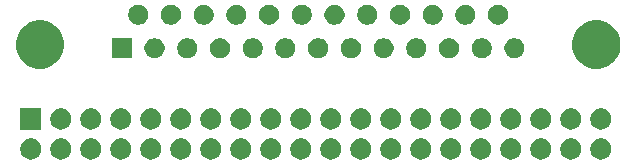
<source format=gbr>
G04 #@! TF.GenerationSoftware,KiCad,Pcbnew,(5.1.5-0-10_14)*
G04 #@! TF.CreationDate,2021-04-02T15:52:58+11:00*
G04 #@! TF.ProjectId,Pi_Zero_RS232_DB25_Hat,50695f5a-6572-46f5-9f52-533233325f44,rev?*
G04 #@! TF.SameCoordinates,Original*
G04 #@! TF.FileFunction,Soldermask,Bot*
G04 #@! TF.FilePolarity,Negative*
%FSLAX46Y46*%
G04 Gerber Fmt 4.6, Leading zero omitted, Abs format (unit mm)*
G04 Created by KiCad (PCBNEW (5.1.5-0-10_14)) date 2021-04-02 15:52:58*
%MOMM*%
%LPD*%
G04 APERTURE LIST*
%ADD10C,0.100000*%
G04 APERTURE END LIST*
D10*
G36*
X83362012Y-71811427D02*
G01*
X83511312Y-71841124D01*
X83675284Y-71909044D01*
X83822854Y-72007647D01*
X83948353Y-72133146D01*
X84046956Y-72280716D01*
X84114876Y-72444688D01*
X84149500Y-72618759D01*
X84149500Y-72796241D01*
X84114876Y-72970312D01*
X84046956Y-73134284D01*
X83948353Y-73281854D01*
X83822854Y-73407353D01*
X83675284Y-73505956D01*
X83511312Y-73573876D01*
X83362012Y-73603573D01*
X83337242Y-73608500D01*
X83159758Y-73608500D01*
X83134988Y-73603573D01*
X82985688Y-73573876D01*
X82821716Y-73505956D01*
X82674146Y-73407353D01*
X82548647Y-73281854D01*
X82450044Y-73134284D01*
X82382124Y-72970312D01*
X82347500Y-72796241D01*
X82347500Y-72618759D01*
X82382124Y-72444688D01*
X82450044Y-72280716D01*
X82548647Y-72133146D01*
X82674146Y-72007647D01*
X82821716Y-71909044D01*
X82985688Y-71841124D01*
X83134988Y-71811427D01*
X83159758Y-71806500D01*
X83337242Y-71806500D01*
X83362012Y-71811427D01*
G37*
G36*
X80822012Y-71811427D02*
G01*
X80971312Y-71841124D01*
X81135284Y-71909044D01*
X81282854Y-72007647D01*
X81408353Y-72133146D01*
X81506956Y-72280716D01*
X81574876Y-72444688D01*
X81609500Y-72618759D01*
X81609500Y-72796241D01*
X81574876Y-72970312D01*
X81506956Y-73134284D01*
X81408353Y-73281854D01*
X81282854Y-73407353D01*
X81135284Y-73505956D01*
X80971312Y-73573876D01*
X80822012Y-73603573D01*
X80797242Y-73608500D01*
X80619758Y-73608500D01*
X80594988Y-73603573D01*
X80445688Y-73573876D01*
X80281716Y-73505956D01*
X80134146Y-73407353D01*
X80008647Y-73281854D01*
X79910044Y-73134284D01*
X79842124Y-72970312D01*
X79807500Y-72796241D01*
X79807500Y-72618759D01*
X79842124Y-72444688D01*
X79910044Y-72280716D01*
X80008647Y-72133146D01*
X80134146Y-72007647D01*
X80281716Y-71909044D01*
X80445688Y-71841124D01*
X80594988Y-71811427D01*
X80619758Y-71806500D01*
X80797242Y-71806500D01*
X80822012Y-71811427D01*
G37*
G36*
X78282012Y-71811427D02*
G01*
X78431312Y-71841124D01*
X78595284Y-71909044D01*
X78742854Y-72007647D01*
X78868353Y-72133146D01*
X78966956Y-72280716D01*
X79034876Y-72444688D01*
X79069500Y-72618759D01*
X79069500Y-72796241D01*
X79034876Y-72970312D01*
X78966956Y-73134284D01*
X78868353Y-73281854D01*
X78742854Y-73407353D01*
X78595284Y-73505956D01*
X78431312Y-73573876D01*
X78282012Y-73603573D01*
X78257242Y-73608500D01*
X78079758Y-73608500D01*
X78054988Y-73603573D01*
X77905688Y-73573876D01*
X77741716Y-73505956D01*
X77594146Y-73407353D01*
X77468647Y-73281854D01*
X77370044Y-73134284D01*
X77302124Y-72970312D01*
X77267500Y-72796241D01*
X77267500Y-72618759D01*
X77302124Y-72444688D01*
X77370044Y-72280716D01*
X77468647Y-72133146D01*
X77594146Y-72007647D01*
X77741716Y-71909044D01*
X77905688Y-71841124D01*
X78054988Y-71811427D01*
X78079758Y-71806500D01*
X78257242Y-71806500D01*
X78282012Y-71811427D01*
G37*
G36*
X75742012Y-71811427D02*
G01*
X75891312Y-71841124D01*
X76055284Y-71909044D01*
X76202854Y-72007647D01*
X76328353Y-72133146D01*
X76426956Y-72280716D01*
X76494876Y-72444688D01*
X76529500Y-72618759D01*
X76529500Y-72796241D01*
X76494876Y-72970312D01*
X76426956Y-73134284D01*
X76328353Y-73281854D01*
X76202854Y-73407353D01*
X76055284Y-73505956D01*
X75891312Y-73573876D01*
X75742012Y-73603573D01*
X75717242Y-73608500D01*
X75539758Y-73608500D01*
X75514988Y-73603573D01*
X75365688Y-73573876D01*
X75201716Y-73505956D01*
X75054146Y-73407353D01*
X74928647Y-73281854D01*
X74830044Y-73134284D01*
X74762124Y-72970312D01*
X74727500Y-72796241D01*
X74727500Y-72618759D01*
X74762124Y-72444688D01*
X74830044Y-72280716D01*
X74928647Y-72133146D01*
X75054146Y-72007647D01*
X75201716Y-71909044D01*
X75365688Y-71841124D01*
X75514988Y-71811427D01*
X75539758Y-71806500D01*
X75717242Y-71806500D01*
X75742012Y-71811427D01*
G37*
G36*
X73202012Y-71811427D02*
G01*
X73351312Y-71841124D01*
X73515284Y-71909044D01*
X73662854Y-72007647D01*
X73788353Y-72133146D01*
X73886956Y-72280716D01*
X73954876Y-72444688D01*
X73989500Y-72618759D01*
X73989500Y-72796241D01*
X73954876Y-72970312D01*
X73886956Y-73134284D01*
X73788353Y-73281854D01*
X73662854Y-73407353D01*
X73515284Y-73505956D01*
X73351312Y-73573876D01*
X73202012Y-73603573D01*
X73177242Y-73608500D01*
X72999758Y-73608500D01*
X72974988Y-73603573D01*
X72825688Y-73573876D01*
X72661716Y-73505956D01*
X72514146Y-73407353D01*
X72388647Y-73281854D01*
X72290044Y-73134284D01*
X72222124Y-72970312D01*
X72187500Y-72796241D01*
X72187500Y-72618759D01*
X72222124Y-72444688D01*
X72290044Y-72280716D01*
X72388647Y-72133146D01*
X72514146Y-72007647D01*
X72661716Y-71909044D01*
X72825688Y-71841124D01*
X72974988Y-71811427D01*
X72999758Y-71806500D01*
X73177242Y-71806500D01*
X73202012Y-71811427D01*
G37*
G36*
X70662012Y-71811427D02*
G01*
X70811312Y-71841124D01*
X70975284Y-71909044D01*
X71122854Y-72007647D01*
X71248353Y-72133146D01*
X71346956Y-72280716D01*
X71414876Y-72444688D01*
X71449500Y-72618759D01*
X71449500Y-72796241D01*
X71414876Y-72970312D01*
X71346956Y-73134284D01*
X71248353Y-73281854D01*
X71122854Y-73407353D01*
X70975284Y-73505956D01*
X70811312Y-73573876D01*
X70662012Y-73603573D01*
X70637242Y-73608500D01*
X70459758Y-73608500D01*
X70434988Y-73603573D01*
X70285688Y-73573876D01*
X70121716Y-73505956D01*
X69974146Y-73407353D01*
X69848647Y-73281854D01*
X69750044Y-73134284D01*
X69682124Y-72970312D01*
X69647500Y-72796241D01*
X69647500Y-72618759D01*
X69682124Y-72444688D01*
X69750044Y-72280716D01*
X69848647Y-72133146D01*
X69974146Y-72007647D01*
X70121716Y-71909044D01*
X70285688Y-71841124D01*
X70434988Y-71811427D01*
X70459758Y-71806500D01*
X70637242Y-71806500D01*
X70662012Y-71811427D01*
G37*
G36*
X68122012Y-71811427D02*
G01*
X68271312Y-71841124D01*
X68435284Y-71909044D01*
X68582854Y-72007647D01*
X68708353Y-72133146D01*
X68806956Y-72280716D01*
X68874876Y-72444688D01*
X68909500Y-72618759D01*
X68909500Y-72796241D01*
X68874876Y-72970312D01*
X68806956Y-73134284D01*
X68708353Y-73281854D01*
X68582854Y-73407353D01*
X68435284Y-73505956D01*
X68271312Y-73573876D01*
X68122012Y-73603573D01*
X68097242Y-73608500D01*
X67919758Y-73608500D01*
X67894988Y-73603573D01*
X67745688Y-73573876D01*
X67581716Y-73505956D01*
X67434146Y-73407353D01*
X67308647Y-73281854D01*
X67210044Y-73134284D01*
X67142124Y-72970312D01*
X67107500Y-72796241D01*
X67107500Y-72618759D01*
X67142124Y-72444688D01*
X67210044Y-72280716D01*
X67308647Y-72133146D01*
X67434146Y-72007647D01*
X67581716Y-71909044D01*
X67745688Y-71841124D01*
X67894988Y-71811427D01*
X67919758Y-71806500D01*
X68097242Y-71806500D01*
X68122012Y-71811427D01*
G37*
G36*
X65582012Y-71811427D02*
G01*
X65731312Y-71841124D01*
X65895284Y-71909044D01*
X66042854Y-72007647D01*
X66168353Y-72133146D01*
X66266956Y-72280716D01*
X66334876Y-72444688D01*
X66369500Y-72618759D01*
X66369500Y-72796241D01*
X66334876Y-72970312D01*
X66266956Y-73134284D01*
X66168353Y-73281854D01*
X66042854Y-73407353D01*
X65895284Y-73505956D01*
X65731312Y-73573876D01*
X65582012Y-73603573D01*
X65557242Y-73608500D01*
X65379758Y-73608500D01*
X65354988Y-73603573D01*
X65205688Y-73573876D01*
X65041716Y-73505956D01*
X64894146Y-73407353D01*
X64768647Y-73281854D01*
X64670044Y-73134284D01*
X64602124Y-72970312D01*
X64567500Y-72796241D01*
X64567500Y-72618759D01*
X64602124Y-72444688D01*
X64670044Y-72280716D01*
X64768647Y-72133146D01*
X64894146Y-72007647D01*
X65041716Y-71909044D01*
X65205688Y-71841124D01*
X65354988Y-71811427D01*
X65379758Y-71806500D01*
X65557242Y-71806500D01*
X65582012Y-71811427D01*
G37*
G36*
X63042012Y-71811427D02*
G01*
X63191312Y-71841124D01*
X63355284Y-71909044D01*
X63502854Y-72007647D01*
X63628353Y-72133146D01*
X63726956Y-72280716D01*
X63794876Y-72444688D01*
X63829500Y-72618759D01*
X63829500Y-72796241D01*
X63794876Y-72970312D01*
X63726956Y-73134284D01*
X63628353Y-73281854D01*
X63502854Y-73407353D01*
X63355284Y-73505956D01*
X63191312Y-73573876D01*
X63042012Y-73603573D01*
X63017242Y-73608500D01*
X62839758Y-73608500D01*
X62814988Y-73603573D01*
X62665688Y-73573876D01*
X62501716Y-73505956D01*
X62354146Y-73407353D01*
X62228647Y-73281854D01*
X62130044Y-73134284D01*
X62062124Y-72970312D01*
X62027500Y-72796241D01*
X62027500Y-72618759D01*
X62062124Y-72444688D01*
X62130044Y-72280716D01*
X62228647Y-72133146D01*
X62354146Y-72007647D01*
X62501716Y-71909044D01*
X62665688Y-71841124D01*
X62814988Y-71811427D01*
X62839758Y-71806500D01*
X63017242Y-71806500D01*
X63042012Y-71811427D01*
G37*
G36*
X60502012Y-71811427D02*
G01*
X60651312Y-71841124D01*
X60815284Y-71909044D01*
X60962854Y-72007647D01*
X61088353Y-72133146D01*
X61186956Y-72280716D01*
X61254876Y-72444688D01*
X61289500Y-72618759D01*
X61289500Y-72796241D01*
X61254876Y-72970312D01*
X61186956Y-73134284D01*
X61088353Y-73281854D01*
X60962854Y-73407353D01*
X60815284Y-73505956D01*
X60651312Y-73573876D01*
X60502012Y-73603573D01*
X60477242Y-73608500D01*
X60299758Y-73608500D01*
X60274988Y-73603573D01*
X60125688Y-73573876D01*
X59961716Y-73505956D01*
X59814146Y-73407353D01*
X59688647Y-73281854D01*
X59590044Y-73134284D01*
X59522124Y-72970312D01*
X59487500Y-72796241D01*
X59487500Y-72618759D01*
X59522124Y-72444688D01*
X59590044Y-72280716D01*
X59688647Y-72133146D01*
X59814146Y-72007647D01*
X59961716Y-71909044D01*
X60125688Y-71841124D01*
X60274988Y-71811427D01*
X60299758Y-71806500D01*
X60477242Y-71806500D01*
X60502012Y-71811427D01*
G37*
G36*
X57962012Y-71811427D02*
G01*
X58111312Y-71841124D01*
X58275284Y-71909044D01*
X58422854Y-72007647D01*
X58548353Y-72133146D01*
X58646956Y-72280716D01*
X58714876Y-72444688D01*
X58749500Y-72618759D01*
X58749500Y-72796241D01*
X58714876Y-72970312D01*
X58646956Y-73134284D01*
X58548353Y-73281854D01*
X58422854Y-73407353D01*
X58275284Y-73505956D01*
X58111312Y-73573876D01*
X57962012Y-73603573D01*
X57937242Y-73608500D01*
X57759758Y-73608500D01*
X57734988Y-73603573D01*
X57585688Y-73573876D01*
X57421716Y-73505956D01*
X57274146Y-73407353D01*
X57148647Y-73281854D01*
X57050044Y-73134284D01*
X56982124Y-72970312D01*
X56947500Y-72796241D01*
X56947500Y-72618759D01*
X56982124Y-72444688D01*
X57050044Y-72280716D01*
X57148647Y-72133146D01*
X57274146Y-72007647D01*
X57421716Y-71909044D01*
X57585688Y-71841124D01*
X57734988Y-71811427D01*
X57759758Y-71806500D01*
X57937242Y-71806500D01*
X57962012Y-71811427D01*
G37*
G36*
X55422012Y-71811427D02*
G01*
X55571312Y-71841124D01*
X55735284Y-71909044D01*
X55882854Y-72007647D01*
X56008353Y-72133146D01*
X56106956Y-72280716D01*
X56174876Y-72444688D01*
X56209500Y-72618759D01*
X56209500Y-72796241D01*
X56174876Y-72970312D01*
X56106956Y-73134284D01*
X56008353Y-73281854D01*
X55882854Y-73407353D01*
X55735284Y-73505956D01*
X55571312Y-73573876D01*
X55422012Y-73603573D01*
X55397242Y-73608500D01*
X55219758Y-73608500D01*
X55194988Y-73603573D01*
X55045688Y-73573876D01*
X54881716Y-73505956D01*
X54734146Y-73407353D01*
X54608647Y-73281854D01*
X54510044Y-73134284D01*
X54442124Y-72970312D01*
X54407500Y-72796241D01*
X54407500Y-72618759D01*
X54442124Y-72444688D01*
X54510044Y-72280716D01*
X54608647Y-72133146D01*
X54734146Y-72007647D01*
X54881716Y-71909044D01*
X55045688Y-71841124D01*
X55194988Y-71811427D01*
X55219758Y-71806500D01*
X55397242Y-71806500D01*
X55422012Y-71811427D01*
G37*
G36*
X52882012Y-71811427D02*
G01*
X53031312Y-71841124D01*
X53195284Y-71909044D01*
X53342854Y-72007647D01*
X53468353Y-72133146D01*
X53566956Y-72280716D01*
X53634876Y-72444688D01*
X53669500Y-72618759D01*
X53669500Y-72796241D01*
X53634876Y-72970312D01*
X53566956Y-73134284D01*
X53468353Y-73281854D01*
X53342854Y-73407353D01*
X53195284Y-73505956D01*
X53031312Y-73573876D01*
X52882012Y-73603573D01*
X52857242Y-73608500D01*
X52679758Y-73608500D01*
X52654988Y-73603573D01*
X52505688Y-73573876D01*
X52341716Y-73505956D01*
X52194146Y-73407353D01*
X52068647Y-73281854D01*
X51970044Y-73134284D01*
X51902124Y-72970312D01*
X51867500Y-72796241D01*
X51867500Y-72618759D01*
X51902124Y-72444688D01*
X51970044Y-72280716D01*
X52068647Y-72133146D01*
X52194146Y-72007647D01*
X52341716Y-71909044D01*
X52505688Y-71841124D01*
X52654988Y-71811427D01*
X52679758Y-71806500D01*
X52857242Y-71806500D01*
X52882012Y-71811427D01*
G37*
G36*
X50342012Y-71811427D02*
G01*
X50491312Y-71841124D01*
X50655284Y-71909044D01*
X50802854Y-72007647D01*
X50928353Y-72133146D01*
X51026956Y-72280716D01*
X51094876Y-72444688D01*
X51129500Y-72618759D01*
X51129500Y-72796241D01*
X51094876Y-72970312D01*
X51026956Y-73134284D01*
X50928353Y-73281854D01*
X50802854Y-73407353D01*
X50655284Y-73505956D01*
X50491312Y-73573876D01*
X50342012Y-73603573D01*
X50317242Y-73608500D01*
X50139758Y-73608500D01*
X50114988Y-73603573D01*
X49965688Y-73573876D01*
X49801716Y-73505956D01*
X49654146Y-73407353D01*
X49528647Y-73281854D01*
X49430044Y-73134284D01*
X49362124Y-72970312D01*
X49327500Y-72796241D01*
X49327500Y-72618759D01*
X49362124Y-72444688D01*
X49430044Y-72280716D01*
X49528647Y-72133146D01*
X49654146Y-72007647D01*
X49801716Y-71909044D01*
X49965688Y-71841124D01*
X50114988Y-71811427D01*
X50139758Y-71806500D01*
X50317242Y-71806500D01*
X50342012Y-71811427D01*
G37*
G36*
X47802012Y-71811427D02*
G01*
X47951312Y-71841124D01*
X48115284Y-71909044D01*
X48262854Y-72007647D01*
X48388353Y-72133146D01*
X48486956Y-72280716D01*
X48554876Y-72444688D01*
X48589500Y-72618759D01*
X48589500Y-72796241D01*
X48554876Y-72970312D01*
X48486956Y-73134284D01*
X48388353Y-73281854D01*
X48262854Y-73407353D01*
X48115284Y-73505956D01*
X47951312Y-73573876D01*
X47802012Y-73603573D01*
X47777242Y-73608500D01*
X47599758Y-73608500D01*
X47574988Y-73603573D01*
X47425688Y-73573876D01*
X47261716Y-73505956D01*
X47114146Y-73407353D01*
X46988647Y-73281854D01*
X46890044Y-73134284D01*
X46822124Y-72970312D01*
X46787500Y-72796241D01*
X46787500Y-72618759D01*
X46822124Y-72444688D01*
X46890044Y-72280716D01*
X46988647Y-72133146D01*
X47114146Y-72007647D01*
X47261716Y-71909044D01*
X47425688Y-71841124D01*
X47574988Y-71811427D01*
X47599758Y-71806500D01*
X47777242Y-71806500D01*
X47802012Y-71811427D01*
G37*
G36*
X45262012Y-71811427D02*
G01*
X45411312Y-71841124D01*
X45575284Y-71909044D01*
X45722854Y-72007647D01*
X45848353Y-72133146D01*
X45946956Y-72280716D01*
X46014876Y-72444688D01*
X46049500Y-72618759D01*
X46049500Y-72796241D01*
X46014876Y-72970312D01*
X45946956Y-73134284D01*
X45848353Y-73281854D01*
X45722854Y-73407353D01*
X45575284Y-73505956D01*
X45411312Y-73573876D01*
X45262012Y-73603573D01*
X45237242Y-73608500D01*
X45059758Y-73608500D01*
X45034988Y-73603573D01*
X44885688Y-73573876D01*
X44721716Y-73505956D01*
X44574146Y-73407353D01*
X44448647Y-73281854D01*
X44350044Y-73134284D01*
X44282124Y-72970312D01*
X44247500Y-72796241D01*
X44247500Y-72618759D01*
X44282124Y-72444688D01*
X44350044Y-72280716D01*
X44448647Y-72133146D01*
X44574146Y-72007647D01*
X44721716Y-71909044D01*
X44885688Y-71841124D01*
X45034988Y-71811427D01*
X45059758Y-71806500D01*
X45237242Y-71806500D01*
X45262012Y-71811427D01*
G37*
G36*
X42722012Y-71811427D02*
G01*
X42871312Y-71841124D01*
X43035284Y-71909044D01*
X43182854Y-72007647D01*
X43308353Y-72133146D01*
X43406956Y-72280716D01*
X43474876Y-72444688D01*
X43509500Y-72618759D01*
X43509500Y-72796241D01*
X43474876Y-72970312D01*
X43406956Y-73134284D01*
X43308353Y-73281854D01*
X43182854Y-73407353D01*
X43035284Y-73505956D01*
X42871312Y-73573876D01*
X42722012Y-73603573D01*
X42697242Y-73608500D01*
X42519758Y-73608500D01*
X42494988Y-73603573D01*
X42345688Y-73573876D01*
X42181716Y-73505956D01*
X42034146Y-73407353D01*
X41908647Y-73281854D01*
X41810044Y-73134284D01*
X41742124Y-72970312D01*
X41707500Y-72796241D01*
X41707500Y-72618759D01*
X41742124Y-72444688D01*
X41810044Y-72280716D01*
X41908647Y-72133146D01*
X42034146Y-72007647D01*
X42181716Y-71909044D01*
X42345688Y-71841124D01*
X42494988Y-71811427D01*
X42519758Y-71806500D01*
X42697242Y-71806500D01*
X42722012Y-71811427D01*
G37*
G36*
X40182012Y-71811427D02*
G01*
X40331312Y-71841124D01*
X40495284Y-71909044D01*
X40642854Y-72007647D01*
X40768353Y-72133146D01*
X40866956Y-72280716D01*
X40934876Y-72444688D01*
X40969500Y-72618759D01*
X40969500Y-72796241D01*
X40934876Y-72970312D01*
X40866956Y-73134284D01*
X40768353Y-73281854D01*
X40642854Y-73407353D01*
X40495284Y-73505956D01*
X40331312Y-73573876D01*
X40182012Y-73603573D01*
X40157242Y-73608500D01*
X39979758Y-73608500D01*
X39954988Y-73603573D01*
X39805688Y-73573876D01*
X39641716Y-73505956D01*
X39494146Y-73407353D01*
X39368647Y-73281854D01*
X39270044Y-73134284D01*
X39202124Y-72970312D01*
X39167500Y-72796241D01*
X39167500Y-72618759D01*
X39202124Y-72444688D01*
X39270044Y-72280716D01*
X39368647Y-72133146D01*
X39494146Y-72007647D01*
X39641716Y-71909044D01*
X39805688Y-71841124D01*
X39954988Y-71811427D01*
X39979758Y-71806500D01*
X40157242Y-71806500D01*
X40182012Y-71811427D01*
G37*
G36*
X37642012Y-71811427D02*
G01*
X37791312Y-71841124D01*
X37955284Y-71909044D01*
X38102854Y-72007647D01*
X38228353Y-72133146D01*
X38326956Y-72280716D01*
X38394876Y-72444688D01*
X38429500Y-72618759D01*
X38429500Y-72796241D01*
X38394876Y-72970312D01*
X38326956Y-73134284D01*
X38228353Y-73281854D01*
X38102854Y-73407353D01*
X37955284Y-73505956D01*
X37791312Y-73573876D01*
X37642012Y-73603573D01*
X37617242Y-73608500D01*
X37439758Y-73608500D01*
X37414988Y-73603573D01*
X37265688Y-73573876D01*
X37101716Y-73505956D01*
X36954146Y-73407353D01*
X36828647Y-73281854D01*
X36730044Y-73134284D01*
X36662124Y-72970312D01*
X36627500Y-72796241D01*
X36627500Y-72618759D01*
X36662124Y-72444688D01*
X36730044Y-72280716D01*
X36828647Y-72133146D01*
X36954146Y-72007647D01*
X37101716Y-71909044D01*
X37265688Y-71841124D01*
X37414988Y-71811427D01*
X37439758Y-71806500D01*
X37617242Y-71806500D01*
X37642012Y-71811427D01*
G37*
G36*
X35102012Y-71811427D02*
G01*
X35251312Y-71841124D01*
X35415284Y-71909044D01*
X35562854Y-72007647D01*
X35688353Y-72133146D01*
X35786956Y-72280716D01*
X35854876Y-72444688D01*
X35889500Y-72618759D01*
X35889500Y-72796241D01*
X35854876Y-72970312D01*
X35786956Y-73134284D01*
X35688353Y-73281854D01*
X35562854Y-73407353D01*
X35415284Y-73505956D01*
X35251312Y-73573876D01*
X35102012Y-73603573D01*
X35077242Y-73608500D01*
X34899758Y-73608500D01*
X34874988Y-73603573D01*
X34725688Y-73573876D01*
X34561716Y-73505956D01*
X34414146Y-73407353D01*
X34288647Y-73281854D01*
X34190044Y-73134284D01*
X34122124Y-72970312D01*
X34087500Y-72796241D01*
X34087500Y-72618759D01*
X34122124Y-72444688D01*
X34190044Y-72280716D01*
X34288647Y-72133146D01*
X34414146Y-72007647D01*
X34561716Y-71909044D01*
X34725688Y-71841124D01*
X34874988Y-71811427D01*
X34899758Y-71806500D01*
X35077242Y-71806500D01*
X35102012Y-71811427D01*
G37*
G36*
X35889500Y-71068500D02*
G01*
X34087500Y-71068500D01*
X34087500Y-69266500D01*
X35889500Y-69266500D01*
X35889500Y-71068500D01*
G37*
G36*
X60502012Y-69271427D02*
G01*
X60651312Y-69301124D01*
X60815284Y-69369044D01*
X60962854Y-69467647D01*
X61088353Y-69593146D01*
X61186956Y-69740716D01*
X61254876Y-69904688D01*
X61289500Y-70078759D01*
X61289500Y-70256241D01*
X61254876Y-70430312D01*
X61186956Y-70594284D01*
X61088353Y-70741854D01*
X60962854Y-70867353D01*
X60815284Y-70965956D01*
X60651312Y-71033876D01*
X60502012Y-71063573D01*
X60477242Y-71068500D01*
X60299758Y-71068500D01*
X60274988Y-71063573D01*
X60125688Y-71033876D01*
X59961716Y-70965956D01*
X59814146Y-70867353D01*
X59688647Y-70741854D01*
X59590044Y-70594284D01*
X59522124Y-70430312D01*
X59487500Y-70256241D01*
X59487500Y-70078759D01*
X59522124Y-69904688D01*
X59590044Y-69740716D01*
X59688647Y-69593146D01*
X59814146Y-69467647D01*
X59961716Y-69369044D01*
X60125688Y-69301124D01*
X60274988Y-69271427D01*
X60299758Y-69266500D01*
X60477242Y-69266500D01*
X60502012Y-69271427D01*
G37*
G36*
X83362012Y-69271427D02*
G01*
X83511312Y-69301124D01*
X83675284Y-69369044D01*
X83822854Y-69467647D01*
X83948353Y-69593146D01*
X84046956Y-69740716D01*
X84114876Y-69904688D01*
X84149500Y-70078759D01*
X84149500Y-70256241D01*
X84114876Y-70430312D01*
X84046956Y-70594284D01*
X83948353Y-70741854D01*
X83822854Y-70867353D01*
X83675284Y-70965956D01*
X83511312Y-71033876D01*
X83362012Y-71063573D01*
X83337242Y-71068500D01*
X83159758Y-71068500D01*
X83134988Y-71063573D01*
X82985688Y-71033876D01*
X82821716Y-70965956D01*
X82674146Y-70867353D01*
X82548647Y-70741854D01*
X82450044Y-70594284D01*
X82382124Y-70430312D01*
X82347500Y-70256241D01*
X82347500Y-70078759D01*
X82382124Y-69904688D01*
X82450044Y-69740716D01*
X82548647Y-69593146D01*
X82674146Y-69467647D01*
X82821716Y-69369044D01*
X82985688Y-69301124D01*
X83134988Y-69271427D01*
X83159758Y-69266500D01*
X83337242Y-69266500D01*
X83362012Y-69271427D01*
G37*
G36*
X80822012Y-69271427D02*
G01*
X80971312Y-69301124D01*
X81135284Y-69369044D01*
X81282854Y-69467647D01*
X81408353Y-69593146D01*
X81506956Y-69740716D01*
X81574876Y-69904688D01*
X81609500Y-70078759D01*
X81609500Y-70256241D01*
X81574876Y-70430312D01*
X81506956Y-70594284D01*
X81408353Y-70741854D01*
X81282854Y-70867353D01*
X81135284Y-70965956D01*
X80971312Y-71033876D01*
X80822012Y-71063573D01*
X80797242Y-71068500D01*
X80619758Y-71068500D01*
X80594988Y-71063573D01*
X80445688Y-71033876D01*
X80281716Y-70965956D01*
X80134146Y-70867353D01*
X80008647Y-70741854D01*
X79910044Y-70594284D01*
X79842124Y-70430312D01*
X79807500Y-70256241D01*
X79807500Y-70078759D01*
X79842124Y-69904688D01*
X79910044Y-69740716D01*
X80008647Y-69593146D01*
X80134146Y-69467647D01*
X80281716Y-69369044D01*
X80445688Y-69301124D01*
X80594988Y-69271427D01*
X80619758Y-69266500D01*
X80797242Y-69266500D01*
X80822012Y-69271427D01*
G37*
G36*
X78282012Y-69271427D02*
G01*
X78431312Y-69301124D01*
X78595284Y-69369044D01*
X78742854Y-69467647D01*
X78868353Y-69593146D01*
X78966956Y-69740716D01*
X79034876Y-69904688D01*
X79069500Y-70078759D01*
X79069500Y-70256241D01*
X79034876Y-70430312D01*
X78966956Y-70594284D01*
X78868353Y-70741854D01*
X78742854Y-70867353D01*
X78595284Y-70965956D01*
X78431312Y-71033876D01*
X78282012Y-71063573D01*
X78257242Y-71068500D01*
X78079758Y-71068500D01*
X78054988Y-71063573D01*
X77905688Y-71033876D01*
X77741716Y-70965956D01*
X77594146Y-70867353D01*
X77468647Y-70741854D01*
X77370044Y-70594284D01*
X77302124Y-70430312D01*
X77267500Y-70256241D01*
X77267500Y-70078759D01*
X77302124Y-69904688D01*
X77370044Y-69740716D01*
X77468647Y-69593146D01*
X77594146Y-69467647D01*
X77741716Y-69369044D01*
X77905688Y-69301124D01*
X78054988Y-69271427D01*
X78079758Y-69266500D01*
X78257242Y-69266500D01*
X78282012Y-69271427D01*
G37*
G36*
X75742012Y-69271427D02*
G01*
X75891312Y-69301124D01*
X76055284Y-69369044D01*
X76202854Y-69467647D01*
X76328353Y-69593146D01*
X76426956Y-69740716D01*
X76494876Y-69904688D01*
X76529500Y-70078759D01*
X76529500Y-70256241D01*
X76494876Y-70430312D01*
X76426956Y-70594284D01*
X76328353Y-70741854D01*
X76202854Y-70867353D01*
X76055284Y-70965956D01*
X75891312Y-71033876D01*
X75742012Y-71063573D01*
X75717242Y-71068500D01*
X75539758Y-71068500D01*
X75514988Y-71063573D01*
X75365688Y-71033876D01*
X75201716Y-70965956D01*
X75054146Y-70867353D01*
X74928647Y-70741854D01*
X74830044Y-70594284D01*
X74762124Y-70430312D01*
X74727500Y-70256241D01*
X74727500Y-70078759D01*
X74762124Y-69904688D01*
X74830044Y-69740716D01*
X74928647Y-69593146D01*
X75054146Y-69467647D01*
X75201716Y-69369044D01*
X75365688Y-69301124D01*
X75514988Y-69271427D01*
X75539758Y-69266500D01*
X75717242Y-69266500D01*
X75742012Y-69271427D01*
G37*
G36*
X73202012Y-69271427D02*
G01*
X73351312Y-69301124D01*
X73515284Y-69369044D01*
X73662854Y-69467647D01*
X73788353Y-69593146D01*
X73886956Y-69740716D01*
X73954876Y-69904688D01*
X73989500Y-70078759D01*
X73989500Y-70256241D01*
X73954876Y-70430312D01*
X73886956Y-70594284D01*
X73788353Y-70741854D01*
X73662854Y-70867353D01*
X73515284Y-70965956D01*
X73351312Y-71033876D01*
X73202012Y-71063573D01*
X73177242Y-71068500D01*
X72999758Y-71068500D01*
X72974988Y-71063573D01*
X72825688Y-71033876D01*
X72661716Y-70965956D01*
X72514146Y-70867353D01*
X72388647Y-70741854D01*
X72290044Y-70594284D01*
X72222124Y-70430312D01*
X72187500Y-70256241D01*
X72187500Y-70078759D01*
X72222124Y-69904688D01*
X72290044Y-69740716D01*
X72388647Y-69593146D01*
X72514146Y-69467647D01*
X72661716Y-69369044D01*
X72825688Y-69301124D01*
X72974988Y-69271427D01*
X72999758Y-69266500D01*
X73177242Y-69266500D01*
X73202012Y-69271427D01*
G37*
G36*
X70662012Y-69271427D02*
G01*
X70811312Y-69301124D01*
X70975284Y-69369044D01*
X71122854Y-69467647D01*
X71248353Y-69593146D01*
X71346956Y-69740716D01*
X71414876Y-69904688D01*
X71449500Y-70078759D01*
X71449500Y-70256241D01*
X71414876Y-70430312D01*
X71346956Y-70594284D01*
X71248353Y-70741854D01*
X71122854Y-70867353D01*
X70975284Y-70965956D01*
X70811312Y-71033876D01*
X70662012Y-71063573D01*
X70637242Y-71068500D01*
X70459758Y-71068500D01*
X70434988Y-71063573D01*
X70285688Y-71033876D01*
X70121716Y-70965956D01*
X69974146Y-70867353D01*
X69848647Y-70741854D01*
X69750044Y-70594284D01*
X69682124Y-70430312D01*
X69647500Y-70256241D01*
X69647500Y-70078759D01*
X69682124Y-69904688D01*
X69750044Y-69740716D01*
X69848647Y-69593146D01*
X69974146Y-69467647D01*
X70121716Y-69369044D01*
X70285688Y-69301124D01*
X70434988Y-69271427D01*
X70459758Y-69266500D01*
X70637242Y-69266500D01*
X70662012Y-69271427D01*
G37*
G36*
X68122012Y-69271427D02*
G01*
X68271312Y-69301124D01*
X68435284Y-69369044D01*
X68582854Y-69467647D01*
X68708353Y-69593146D01*
X68806956Y-69740716D01*
X68874876Y-69904688D01*
X68909500Y-70078759D01*
X68909500Y-70256241D01*
X68874876Y-70430312D01*
X68806956Y-70594284D01*
X68708353Y-70741854D01*
X68582854Y-70867353D01*
X68435284Y-70965956D01*
X68271312Y-71033876D01*
X68122012Y-71063573D01*
X68097242Y-71068500D01*
X67919758Y-71068500D01*
X67894988Y-71063573D01*
X67745688Y-71033876D01*
X67581716Y-70965956D01*
X67434146Y-70867353D01*
X67308647Y-70741854D01*
X67210044Y-70594284D01*
X67142124Y-70430312D01*
X67107500Y-70256241D01*
X67107500Y-70078759D01*
X67142124Y-69904688D01*
X67210044Y-69740716D01*
X67308647Y-69593146D01*
X67434146Y-69467647D01*
X67581716Y-69369044D01*
X67745688Y-69301124D01*
X67894988Y-69271427D01*
X67919758Y-69266500D01*
X68097242Y-69266500D01*
X68122012Y-69271427D01*
G37*
G36*
X65582012Y-69271427D02*
G01*
X65731312Y-69301124D01*
X65895284Y-69369044D01*
X66042854Y-69467647D01*
X66168353Y-69593146D01*
X66266956Y-69740716D01*
X66334876Y-69904688D01*
X66369500Y-70078759D01*
X66369500Y-70256241D01*
X66334876Y-70430312D01*
X66266956Y-70594284D01*
X66168353Y-70741854D01*
X66042854Y-70867353D01*
X65895284Y-70965956D01*
X65731312Y-71033876D01*
X65582012Y-71063573D01*
X65557242Y-71068500D01*
X65379758Y-71068500D01*
X65354988Y-71063573D01*
X65205688Y-71033876D01*
X65041716Y-70965956D01*
X64894146Y-70867353D01*
X64768647Y-70741854D01*
X64670044Y-70594284D01*
X64602124Y-70430312D01*
X64567500Y-70256241D01*
X64567500Y-70078759D01*
X64602124Y-69904688D01*
X64670044Y-69740716D01*
X64768647Y-69593146D01*
X64894146Y-69467647D01*
X65041716Y-69369044D01*
X65205688Y-69301124D01*
X65354988Y-69271427D01*
X65379758Y-69266500D01*
X65557242Y-69266500D01*
X65582012Y-69271427D01*
G37*
G36*
X63042012Y-69271427D02*
G01*
X63191312Y-69301124D01*
X63355284Y-69369044D01*
X63502854Y-69467647D01*
X63628353Y-69593146D01*
X63726956Y-69740716D01*
X63794876Y-69904688D01*
X63829500Y-70078759D01*
X63829500Y-70256241D01*
X63794876Y-70430312D01*
X63726956Y-70594284D01*
X63628353Y-70741854D01*
X63502854Y-70867353D01*
X63355284Y-70965956D01*
X63191312Y-71033876D01*
X63042012Y-71063573D01*
X63017242Y-71068500D01*
X62839758Y-71068500D01*
X62814988Y-71063573D01*
X62665688Y-71033876D01*
X62501716Y-70965956D01*
X62354146Y-70867353D01*
X62228647Y-70741854D01*
X62130044Y-70594284D01*
X62062124Y-70430312D01*
X62027500Y-70256241D01*
X62027500Y-70078759D01*
X62062124Y-69904688D01*
X62130044Y-69740716D01*
X62228647Y-69593146D01*
X62354146Y-69467647D01*
X62501716Y-69369044D01*
X62665688Y-69301124D01*
X62814988Y-69271427D01*
X62839758Y-69266500D01*
X63017242Y-69266500D01*
X63042012Y-69271427D01*
G37*
G36*
X57962012Y-69271427D02*
G01*
X58111312Y-69301124D01*
X58275284Y-69369044D01*
X58422854Y-69467647D01*
X58548353Y-69593146D01*
X58646956Y-69740716D01*
X58714876Y-69904688D01*
X58749500Y-70078759D01*
X58749500Y-70256241D01*
X58714876Y-70430312D01*
X58646956Y-70594284D01*
X58548353Y-70741854D01*
X58422854Y-70867353D01*
X58275284Y-70965956D01*
X58111312Y-71033876D01*
X57962012Y-71063573D01*
X57937242Y-71068500D01*
X57759758Y-71068500D01*
X57734988Y-71063573D01*
X57585688Y-71033876D01*
X57421716Y-70965956D01*
X57274146Y-70867353D01*
X57148647Y-70741854D01*
X57050044Y-70594284D01*
X56982124Y-70430312D01*
X56947500Y-70256241D01*
X56947500Y-70078759D01*
X56982124Y-69904688D01*
X57050044Y-69740716D01*
X57148647Y-69593146D01*
X57274146Y-69467647D01*
X57421716Y-69369044D01*
X57585688Y-69301124D01*
X57734988Y-69271427D01*
X57759758Y-69266500D01*
X57937242Y-69266500D01*
X57962012Y-69271427D01*
G37*
G36*
X55422012Y-69271427D02*
G01*
X55571312Y-69301124D01*
X55735284Y-69369044D01*
X55882854Y-69467647D01*
X56008353Y-69593146D01*
X56106956Y-69740716D01*
X56174876Y-69904688D01*
X56209500Y-70078759D01*
X56209500Y-70256241D01*
X56174876Y-70430312D01*
X56106956Y-70594284D01*
X56008353Y-70741854D01*
X55882854Y-70867353D01*
X55735284Y-70965956D01*
X55571312Y-71033876D01*
X55422012Y-71063573D01*
X55397242Y-71068500D01*
X55219758Y-71068500D01*
X55194988Y-71063573D01*
X55045688Y-71033876D01*
X54881716Y-70965956D01*
X54734146Y-70867353D01*
X54608647Y-70741854D01*
X54510044Y-70594284D01*
X54442124Y-70430312D01*
X54407500Y-70256241D01*
X54407500Y-70078759D01*
X54442124Y-69904688D01*
X54510044Y-69740716D01*
X54608647Y-69593146D01*
X54734146Y-69467647D01*
X54881716Y-69369044D01*
X55045688Y-69301124D01*
X55194988Y-69271427D01*
X55219758Y-69266500D01*
X55397242Y-69266500D01*
X55422012Y-69271427D01*
G37*
G36*
X52882012Y-69271427D02*
G01*
X53031312Y-69301124D01*
X53195284Y-69369044D01*
X53342854Y-69467647D01*
X53468353Y-69593146D01*
X53566956Y-69740716D01*
X53634876Y-69904688D01*
X53669500Y-70078759D01*
X53669500Y-70256241D01*
X53634876Y-70430312D01*
X53566956Y-70594284D01*
X53468353Y-70741854D01*
X53342854Y-70867353D01*
X53195284Y-70965956D01*
X53031312Y-71033876D01*
X52882012Y-71063573D01*
X52857242Y-71068500D01*
X52679758Y-71068500D01*
X52654988Y-71063573D01*
X52505688Y-71033876D01*
X52341716Y-70965956D01*
X52194146Y-70867353D01*
X52068647Y-70741854D01*
X51970044Y-70594284D01*
X51902124Y-70430312D01*
X51867500Y-70256241D01*
X51867500Y-70078759D01*
X51902124Y-69904688D01*
X51970044Y-69740716D01*
X52068647Y-69593146D01*
X52194146Y-69467647D01*
X52341716Y-69369044D01*
X52505688Y-69301124D01*
X52654988Y-69271427D01*
X52679758Y-69266500D01*
X52857242Y-69266500D01*
X52882012Y-69271427D01*
G37*
G36*
X50342012Y-69271427D02*
G01*
X50491312Y-69301124D01*
X50655284Y-69369044D01*
X50802854Y-69467647D01*
X50928353Y-69593146D01*
X51026956Y-69740716D01*
X51094876Y-69904688D01*
X51129500Y-70078759D01*
X51129500Y-70256241D01*
X51094876Y-70430312D01*
X51026956Y-70594284D01*
X50928353Y-70741854D01*
X50802854Y-70867353D01*
X50655284Y-70965956D01*
X50491312Y-71033876D01*
X50342012Y-71063573D01*
X50317242Y-71068500D01*
X50139758Y-71068500D01*
X50114988Y-71063573D01*
X49965688Y-71033876D01*
X49801716Y-70965956D01*
X49654146Y-70867353D01*
X49528647Y-70741854D01*
X49430044Y-70594284D01*
X49362124Y-70430312D01*
X49327500Y-70256241D01*
X49327500Y-70078759D01*
X49362124Y-69904688D01*
X49430044Y-69740716D01*
X49528647Y-69593146D01*
X49654146Y-69467647D01*
X49801716Y-69369044D01*
X49965688Y-69301124D01*
X50114988Y-69271427D01*
X50139758Y-69266500D01*
X50317242Y-69266500D01*
X50342012Y-69271427D01*
G37*
G36*
X37642012Y-69271427D02*
G01*
X37791312Y-69301124D01*
X37955284Y-69369044D01*
X38102854Y-69467647D01*
X38228353Y-69593146D01*
X38326956Y-69740716D01*
X38394876Y-69904688D01*
X38429500Y-70078759D01*
X38429500Y-70256241D01*
X38394876Y-70430312D01*
X38326956Y-70594284D01*
X38228353Y-70741854D01*
X38102854Y-70867353D01*
X37955284Y-70965956D01*
X37791312Y-71033876D01*
X37642012Y-71063573D01*
X37617242Y-71068500D01*
X37439758Y-71068500D01*
X37414988Y-71063573D01*
X37265688Y-71033876D01*
X37101716Y-70965956D01*
X36954146Y-70867353D01*
X36828647Y-70741854D01*
X36730044Y-70594284D01*
X36662124Y-70430312D01*
X36627500Y-70256241D01*
X36627500Y-70078759D01*
X36662124Y-69904688D01*
X36730044Y-69740716D01*
X36828647Y-69593146D01*
X36954146Y-69467647D01*
X37101716Y-69369044D01*
X37265688Y-69301124D01*
X37414988Y-69271427D01*
X37439758Y-69266500D01*
X37617242Y-69266500D01*
X37642012Y-69271427D01*
G37*
G36*
X40182012Y-69271427D02*
G01*
X40331312Y-69301124D01*
X40495284Y-69369044D01*
X40642854Y-69467647D01*
X40768353Y-69593146D01*
X40866956Y-69740716D01*
X40934876Y-69904688D01*
X40969500Y-70078759D01*
X40969500Y-70256241D01*
X40934876Y-70430312D01*
X40866956Y-70594284D01*
X40768353Y-70741854D01*
X40642854Y-70867353D01*
X40495284Y-70965956D01*
X40331312Y-71033876D01*
X40182012Y-71063573D01*
X40157242Y-71068500D01*
X39979758Y-71068500D01*
X39954988Y-71063573D01*
X39805688Y-71033876D01*
X39641716Y-70965956D01*
X39494146Y-70867353D01*
X39368647Y-70741854D01*
X39270044Y-70594284D01*
X39202124Y-70430312D01*
X39167500Y-70256241D01*
X39167500Y-70078759D01*
X39202124Y-69904688D01*
X39270044Y-69740716D01*
X39368647Y-69593146D01*
X39494146Y-69467647D01*
X39641716Y-69369044D01*
X39805688Y-69301124D01*
X39954988Y-69271427D01*
X39979758Y-69266500D01*
X40157242Y-69266500D01*
X40182012Y-69271427D01*
G37*
G36*
X42722012Y-69271427D02*
G01*
X42871312Y-69301124D01*
X43035284Y-69369044D01*
X43182854Y-69467647D01*
X43308353Y-69593146D01*
X43406956Y-69740716D01*
X43474876Y-69904688D01*
X43509500Y-70078759D01*
X43509500Y-70256241D01*
X43474876Y-70430312D01*
X43406956Y-70594284D01*
X43308353Y-70741854D01*
X43182854Y-70867353D01*
X43035284Y-70965956D01*
X42871312Y-71033876D01*
X42722012Y-71063573D01*
X42697242Y-71068500D01*
X42519758Y-71068500D01*
X42494988Y-71063573D01*
X42345688Y-71033876D01*
X42181716Y-70965956D01*
X42034146Y-70867353D01*
X41908647Y-70741854D01*
X41810044Y-70594284D01*
X41742124Y-70430312D01*
X41707500Y-70256241D01*
X41707500Y-70078759D01*
X41742124Y-69904688D01*
X41810044Y-69740716D01*
X41908647Y-69593146D01*
X42034146Y-69467647D01*
X42181716Y-69369044D01*
X42345688Y-69301124D01*
X42494988Y-69271427D01*
X42519758Y-69266500D01*
X42697242Y-69266500D01*
X42722012Y-69271427D01*
G37*
G36*
X45262012Y-69271427D02*
G01*
X45411312Y-69301124D01*
X45575284Y-69369044D01*
X45722854Y-69467647D01*
X45848353Y-69593146D01*
X45946956Y-69740716D01*
X46014876Y-69904688D01*
X46049500Y-70078759D01*
X46049500Y-70256241D01*
X46014876Y-70430312D01*
X45946956Y-70594284D01*
X45848353Y-70741854D01*
X45722854Y-70867353D01*
X45575284Y-70965956D01*
X45411312Y-71033876D01*
X45262012Y-71063573D01*
X45237242Y-71068500D01*
X45059758Y-71068500D01*
X45034988Y-71063573D01*
X44885688Y-71033876D01*
X44721716Y-70965956D01*
X44574146Y-70867353D01*
X44448647Y-70741854D01*
X44350044Y-70594284D01*
X44282124Y-70430312D01*
X44247500Y-70256241D01*
X44247500Y-70078759D01*
X44282124Y-69904688D01*
X44350044Y-69740716D01*
X44448647Y-69593146D01*
X44574146Y-69467647D01*
X44721716Y-69369044D01*
X44885688Y-69301124D01*
X45034988Y-69271427D01*
X45059758Y-69266500D01*
X45237242Y-69266500D01*
X45262012Y-69271427D01*
G37*
G36*
X47802012Y-69271427D02*
G01*
X47951312Y-69301124D01*
X48115284Y-69369044D01*
X48262854Y-69467647D01*
X48388353Y-69593146D01*
X48486956Y-69740716D01*
X48554876Y-69904688D01*
X48589500Y-70078759D01*
X48589500Y-70256241D01*
X48554876Y-70430312D01*
X48486956Y-70594284D01*
X48388353Y-70741854D01*
X48262854Y-70867353D01*
X48115284Y-70965956D01*
X47951312Y-71033876D01*
X47802012Y-71063573D01*
X47777242Y-71068500D01*
X47599758Y-71068500D01*
X47574988Y-71063573D01*
X47425688Y-71033876D01*
X47261716Y-70965956D01*
X47114146Y-70867353D01*
X46988647Y-70741854D01*
X46890044Y-70594284D01*
X46822124Y-70430312D01*
X46787500Y-70256241D01*
X46787500Y-70078759D01*
X46822124Y-69904688D01*
X46890044Y-69740716D01*
X46988647Y-69593146D01*
X47114146Y-69467647D01*
X47261716Y-69369044D01*
X47425688Y-69301124D01*
X47574988Y-69271427D01*
X47599758Y-69266500D01*
X47777242Y-69266500D01*
X47802012Y-69271427D01*
G37*
G36*
X83465654Y-61913618D02*
G01*
X83838911Y-62068226D01*
X83838913Y-62068227D01*
X83982389Y-62164095D01*
X84174836Y-62292684D01*
X84460516Y-62578364D01*
X84684974Y-62914289D01*
X84839582Y-63287546D01*
X84918400Y-63683793D01*
X84918400Y-64087807D01*
X84839582Y-64484054D01*
X84684974Y-64857311D01*
X84684973Y-64857313D01*
X84460516Y-65193236D01*
X84174836Y-65478916D01*
X83838913Y-65703373D01*
X83838912Y-65703374D01*
X83838911Y-65703374D01*
X83465654Y-65857982D01*
X83069407Y-65936800D01*
X82665393Y-65936800D01*
X82269146Y-65857982D01*
X81895889Y-65703374D01*
X81895888Y-65703374D01*
X81895887Y-65703373D01*
X81559964Y-65478916D01*
X81274284Y-65193236D01*
X81049827Y-64857313D01*
X81049826Y-64857311D01*
X80895218Y-64484054D01*
X80816400Y-64087807D01*
X80816400Y-63683793D01*
X80895218Y-63287546D01*
X81049826Y-62914289D01*
X81274284Y-62578364D01*
X81559964Y-62292684D01*
X81752411Y-62164095D01*
X81895887Y-62068227D01*
X81895889Y-62068226D01*
X82269146Y-61913618D01*
X82665393Y-61834800D01*
X83069407Y-61834800D01*
X83465654Y-61913618D01*
G37*
G36*
X36365654Y-61913618D02*
G01*
X36738911Y-62068226D01*
X36738913Y-62068227D01*
X36882389Y-62164095D01*
X37074836Y-62292684D01*
X37360516Y-62578364D01*
X37584974Y-62914289D01*
X37739582Y-63287546D01*
X37818400Y-63683793D01*
X37818400Y-64087807D01*
X37739582Y-64484054D01*
X37584974Y-64857311D01*
X37584973Y-64857313D01*
X37360516Y-65193236D01*
X37074836Y-65478916D01*
X36738913Y-65703373D01*
X36738912Y-65703374D01*
X36738911Y-65703374D01*
X36365654Y-65857982D01*
X35969407Y-65936800D01*
X35565393Y-65936800D01*
X35169146Y-65857982D01*
X34795889Y-65703374D01*
X34795888Y-65703374D01*
X34795887Y-65703373D01*
X34459964Y-65478916D01*
X34174284Y-65193236D01*
X33949827Y-64857313D01*
X33949826Y-64857311D01*
X33795218Y-64484054D01*
X33716400Y-64087807D01*
X33716400Y-63683793D01*
X33795218Y-63287546D01*
X33949826Y-62914289D01*
X34174284Y-62578364D01*
X34459964Y-62292684D01*
X34652411Y-62164095D01*
X34795887Y-62068227D01*
X34795889Y-62068226D01*
X35169146Y-61913618D01*
X35565393Y-61834800D01*
X35969407Y-61834800D01*
X36365654Y-61913618D01*
G37*
G36*
X43548400Y-65036800D02*
G01*
X41846400Y-65036800D01*
X41846400Y-63334800D01*
X43548400Y-63334800D01*
X43548400Y-65036800D01*
G37*
G36*
X48485628Y-63367503D02*
G01*
X48640500Y-63431653D01*
X48779881Y-63524785D01*
X48898415Y-63643319D01*
X48991547Y-63782700D01*
X49055697Y-63937572D01*
X49088400Y-64101984D01*
X49088400Y-64269616D01*
X49055697Y-64434028D01*
X48991547Y-64588900D01*
X48898415Y-64728281D01*
X48779881Y-64846815D01*
X48640500Y-64939947D01*
X48485628Y-65004097D01*
X48321216Y-65036800D01*
X48153584Y-65036800D01*
X47989172Y-65004097D01*
X47834300Y-64939947D01*
X47694919Y-64846815D01*
X47576385Y-64728281D01*
X47483253Y-64588900D01*
X47419103Y-64434028D01*
X47386400Y-64269616D01*
X47386400Y-64101984D01*
X47419103Y-63937572D01*
X47483253Y-63782700D01*
X47576385Y-63643319D01*
X47694919Y-63524785D01*
X47834300Y-63431653D01*
X47989172Y-63367503D01*
X48153584Y-63334800D01*
X48321216Y-63334800D01*
X48485628Y-63367503D01*
G37*
G36*
X76185628Y-63367503D02*
G01*
X76340500Y-63431653D01*
X76479881Y-63524785D01*
X76598415Y-63643319D01*
X76691547Y-63782700D01*
X76755697Y-63937572D01*
X76788400Y-64101984D01*
X76788400Y-64269616D01*
X76755697Y-64434028D01*
X76691547Y-64588900D01*
X76598415Y-64728281D01*
X76479881Y-64846815D01*
X76340500Y-64939947D01*
X76185628Y-65004097D01*
X76021216Y-65036800D01*
X75853584Y-65036800D01*
X75689172Y-65004097D01*
X75534300Y-64939947D01*
X75394919Y-64846815D01*
X75276385Y-64728281D01*
X75183253Y-64588900D01*
X75119103Y-64434028D01*
X75086400Y-64269616D01*
X75086400Y-64101984D01*
X75119103Y-63937572D01*
X75183253Y-63782700D01*
X75276385Y-63643319D01*
X75394919Y-63524785D01*
X75534300Y-63431653D01*
X75689172Y-63367503D01*
X75853584Y-63334800D01*
X76021216Y-63334800D01*
X76185628Y-63367503D01*
G37*
G36*
X73415628Y-63367503D02*
G01*
X73570500Y-63431653D01*
X73709881Y-63524785D01*
X73828415Y-63643319D01*
X73921547Y-63782700D01*
X73985697Y-63937572D01*
X74018400Y-64101984D01*
X74018400Y-64269616D01*
X73985697Y-64434028D01*
X73921547Y-64588900D01*
X73828415Y-64728281D01*
X73709881Y-64846815D01*
X73570500Y-64939947D01*
X73415628Y-65004097D01*
X73251216Y-65036800D01*
X73083584Y-65036800D01*
X72919172Y-65004097D01*
X72764300Y-64939947D01*
X72624919Y-64846815D01*
X72506385Y-64728281D01*
X72413253Y-64588900D01*
X72349103Y-64434028D01*
X72316400Y-64269616D01*
X72316400Y-64101984D01*
X72349103Y-63937572D01*
X72413253Y-63782700D01*
X72506385Y-63643319D01*
X72624919Y-63524785D01*
X72764300Y-63431653D01*
X72919172Y-63367503D01*
X73083584Y-63334800D01*
X73251216Y-63334800D01*
X73415628Y-63367503D01*
G37*
G36*
X70645628Y-63367503D02*
G01*
X70800500Y-63431653D01*
X70939881Y-63524785D01*
X71058415Y-63643319D01*
X71151547Y-63782700D01*
X71215697Y-63937572D01*
X71248400Y-64101984D01*
X71248400Y-64269616D01*
X71215697Y-64434028D01*
X71151547Y-64588900D01*
X71058415Y-64728281D01*
X70939881Y-64846815D01*
X70800500Y-64939947D01*
X70645628Y-65004097D01*
X70481216Y-65036800D01*
X70313584Y-65036800D01*
X70149172Y-65004097D01*
X69994300Y-64939947D01*
X69854919Y-64846815D01*
X69736385Y-64728281D01*
X69643253Y-64588900D01*
X69579103Y-64434028D01*
X69546400Y-64269616D01*
X69546400Y-64101984D01*
X69579103Y-63937572D01*
X69643253Y-63782700D01*
X69736385Y-63643319D01*
X69854919Y-63524785D01*
X69994300Y-63431653D01*
X70149172Y-63367503D01*
X70313584Y-63334800D01*
X70481216Y-63334800D01*
X70645628Y-63367503D01*
G37*
G36*
X67875628Y-63367503D02*
G01*
X68030500Y-63431653D01*
X68169881Y-63524785D01*
X68288415Y-63643319D01*
X68381547Y-63782700D01*
X68445697Y-63937572D01*
X68478400Y-64101984D01*
X68478400Y-64269616D01*
X68445697Y-64434028D01*
X68381547Y-64588900D01*
X68288415Y-64728281D01*
X68169881Y-64846815D01*
X68030500Y-64939947D01*
X67875628Y-65004097D01*
X67711216Y-65036800D01*
X67543584Y-65036800D01*
X67379172Y-65004097D01*
X67224300Y-64939947D01*
X67084919Y-64846815D01*
X66966385Y-64728281D01*
X66873253Y-64588900D01*
X66809103Y-64434028D01*
X66776400Y-64269616D01*
X66776400Y-64101984D01*
X66809103Y-63937572D01*
X66873253Y-63782700D01*
X66966385Y-63643319D01*
X67084919Y-63524785D01*
X67224300Y-63431653D01*
X67379172Y-63367503D01*
X67543584Y-63334800D01*
X67711216Y-63334800D01*
X67875628Y-63367503D01*
G37*
G36*
X65105628Y-63367503D02*
G01*
X65260500Y-63431653D01*
X65399881Y-63524785D01*
X65518415Y-63643319D01*
X65611547Y-63782700D01*
X65675697Y-63937572D01*
X65708400Y-64101984D01*
X65708400Y-64269616D01*
X65675697Y-64434028D01*
X65611547Y-64588900D01*
X65518415Y-64728281D01*
X65399881Y-64846815D01*
X65260500Y-64939947D01*
X65105628Y-65004097D01*
X64941216Y-65036800D01*
X64773584Y-65036800D01*
X64609172Y-65004097D01*
X64454300Y-64939947D01*
X64314919Y-64846815D01*
X64196385Y-64728281D01*
X64103253Y-64588900D01*
X64039103Y-64434028D01*
X64006400Y-64269616D01*
X64006400Y-64101984D01*
X64039103Y-63937572D01*
X64103253Y-63782700D01*
X64196385Y-63643319D01*
X64314919Y-63524785D01*
X64454300Y-63431653D01*
X64609172Y-63367503D01*
X64773584Y-63334800D01*
X64941216Y-63334800D01*
X65105628Y-63367503D01*
G37*
G36*
X62335628Y-63367503D02*
G01*
X62490500Y-63431653D01*
X62629881Y-63524785D01*
X62748415Y-63643319D01*
X62841547Y-63782700D01*
X62905697Y-63937572D01*
X62938400Y-64101984D01*
X62938400Y-64269616D01*
X62905697Y-64434028D01*
X62841547Y-64588900D01*
X62748415Y-64728281D01*
X62629881Y-64846815D01*
X62490500Y-64939947D01*
X62335628Y-65004097D01*
X62171216Y-65036800D01*
X62003584Y-65036800D01*
X61839172Y-65004097D01*
X61684300Y-64939947D01*
X61544919Y-64846815D01*
X61426385Y-64728281D01*
X61333253Y-64588900D01*
X61269103Y-64434028D01*
X61236400Y-64269616D01*
X61236400Y-64101984D01*
X61269103Y-63937572D01*
X61333253Y-63782700D01*
X61426385Y-63643319D01*
X61544919Y-63524785D01*
X61684300Y-63431653D01*
X61839172Y-63367503D01*
X62003584Y-63334800D01*
X62171216Y-63334800D01*
X62335628Y-63367503D01*
G37*
G36*
X59565628Y-63367503D02*
G01*
X59720500Y-63431653D01*
X59859881Y-63524785D01*
X59978415Y-63643319D01*
X60071547Y-63782700D01*
X60135697Y-63937572D01*
X60168400Y-64101984D01*
X60168400Y-64269616D01*
X60135697Y-64434028D01*
X60071547Y-64588900D01*
X59978415Y-64728281D01*
X59859881Y-64846815D01*
X59720500Y-64939947D01*
X59565628Y-65004097D01*
X59401216Y-65036800D01*
X59233584Y-65036800D01*
X59069172Y-65004097D01*
X58914300Y-64939947D01*
X58774919Y-64846815D01*
X58656385Y-64728281D01*
X58563253Y-64588900D01*
X58499103Y-64434028D01*
X58466400Y-64269616D01*
X58466400Y-64101984D01*
X58499103Y-63937572D01*
X58563253Y-63782700D01*
X58656385Y-63643319D01*
X58774919Y-63524785D01*
X58914300Y-63431653D01*
X59069172Y-63367503D01*
X59233584Y-63334800D01*
X59401216Y-63334800D01*
X59565628Y-63367503D01*
G37*
G36*
X56795628Y-63367503D02*
G01*
X56950500Y-63431653D01*
X57089881Y-63524785D01*
X57208415Y-63643319D01*
X57301547Y-63782700D01*
X57365697Y-63937572D01*
X57398400Y-64101984D01*
X57398400Y-64269616D01*
X57365697Y-64434028D01*
X57301547Y-64588900D01*
X57208415Y-64728281D01*
X57089881Y-64846815D01*
X56950500Y-64939947D01*
X56795628Y-65004097D01*
X56631216Y-65036800D01*
X56463584Y-65036800D01*
X56299172Y-65004097D01*
X56144300Y-64939947D01*
X56004919Y-64846815D01*
X55886385Y-64728281D01*
X55793253Y-64588900D01*
X55729103Y-64434028D01*
X55696400Y-64269616D01*
X55696400Y-64101984D01*
X55729103Y-63937572D01*
X55793253Y-63782700D01*
X55886385Y-63643319D01*
X56004919Y-63524785D01*
X56144300Y-63431653D01*
X56299172Y-63367503D01*
X56463584Y-63334800D01*
X56631216Y-63334800D01*
X56795628Y-63367503D01*
G37*
G36*
X45715628Y-63367503D02*
G01*
X45870500Y-63431653D01*
X46009881Y-63524785D01*
X46128415Y-63643319D01*
X46221547Y-63782700D01*
X46285697Y-63937572D01*
X46318400Y-64101984D01*
X46318400Y-64269616D01*
X46285697Y-64434028D01*
X46221547Y-64588900D01*
X46128415Y-64728281D01*
X46009881Y-64846815D01*
X45870500Y-64939947D01*
X45715628Y-65004097D01*
X45551216Y-65036800D01*
X45383584Y-65036800D01*
X45219172Y-65004097D01*
X45064300Y-64939947D01*
X44924919Y-64846815D01*
X44806385Y-64728281D01*
X44713253Y-64588900D01*
X44649103Y-64434028D01*
X44616400Y-64269616D01*
X44616400Y-64101984D01*
X44649103Y-63937572D01*
X44713253Y-63782700D01*
X44806385Y-63643319D01*
X44924919Y-63524785D01*
X45064300Y-63431653D01*
X45219172Y-63367503D01*
X45383584Y-63334800D01*
X45551216Y-63334800D01*
X45715628Y-63367503D01*
G37*
G36*
X51255628Y-63367503D02*
G01*
X51410500Y-63431653D01*
X51549881Y-63524785D01*
X51668415Y-63643319D01*
X51761547Y-63782700D01*
X51825697Y-63937572D01*
X51858400Y-64101984D01*
X51858400Y-64269616D01*
X51825697Y-64434028D01*
X51761547Y-64588900D01*
X51668415Y-64728281D01*
X51549881Y-64846815D01*
X51410500Y-64939947D01*
X51255628Y-65004097D01*
X51091216Y-65036800D01*
X50923584Y-65036800D01*
X50759172Y-65004097D01*
X50604300Y-64939947D01*
X50464919Y-64846815D01*
X50346385Y-64728281D01*
X50253253Y-64588900D01*
X50189103Y-64434028D01*
X50156400Y-64269616D01*
X50156400Y-64101984D01*
X50189103Y-63937572D01*
X50253253Y-63782700D01*
X50346385Y-63643319D01*
X50464919Y-63524785D01*
X50604300Y-63431653D01*
X50759172Y-63367503D01*
X50923584Y-63334800D01*
X51091216Y-63334800D01*
X51255628Y-63367503D01*
G37*
G36*
X54025628Y-63367503D02*
G01*
X54180500Y-63431653D01*
X54319881Y-63524785D01*
X54438415Y-63643319D01*
X54531547Y-63782700D01*
X54595697Y-63937572D01*
X54628400Y-64101984D01*
X54628400Y-64269616D01*
X54595697Y-64434028D01*
X54531547Y-64588900D01*
X54438415Y-64728281D01*
X54319881Y-64846815D01*
X54180500Y-64939947D01*
X54025628Y-65004097D01*
X53861216Y-65036800D01*
X53693584Y-65036800D01*
X53529172Y-65004097D01*
X53374300Y-64939947D01*
X53234919Y-64846815D01*
X53116385Y-64728281D01*
X53023253Y-64588900D01*
X52959103Y-64434028D01*
X52926400Y-64269616D01*
X52926400Y-64101984D01*
X52959103Y-63937572D01*
X53023253Y-63782700D01*
X53116385Y-63643319D01*
X53234919Y-63524785D01*
X53374300Y-63431653D01*
X53529172Y-63367503D01*
X53693584Y-63334800D01*
X53861216Y-63334800D01*
X54025628Y-63367503D01*
G37*
G36*
X55410628Y-60527503D02*
G01*
X55565500Y-60591653D01*
X55704881Y-60684785D01*
X55823415Y-60803319D01*
X55916547Y-60942700D01*
X55980697Y-61097572D01*
X56013400Y-61261984D01*
X56013400Y-61429616D01*
X55980697Y-61594028D01*
X55916547Y-61748900D01*
X55823415Y-61888281D01*
X55704881Y-62006815D01*
X55565500Y-62099947D01*
X55410628Y-62164097D01*
X55246216Y-62196800D01*
X55078584Y-62196800D01*
X54914172Y-62164097D01*
X54759300Y-62099947D01*
X54619919Y-62006815D01*
X54501385Y-61888281D01*
X54408253Y-61748900D01*
X54344103Y-61594028D01*
X54311400Y-61429616D01*
X54311400Y-61261984D01*
X54344103Y-61097572D01*
X54408253Y-60942700D01*
X54501385Y-60803319D01*
X54619919Y-60684785D01*
X54759300Y-60591653D01*
X54914172Y-60527503D01*
X55078584Y-60494800D01*
X55246216Y-60494800D01*
X55410628Y-60527503D01*
G37*
G36*
X52640628Y-60527503D02*
G01*
X52795500Y-60591653D01*
X52934881Y-60684785D01*
X53053415Y-60803319D01*
X53146547Y-60942700D01*
X53210697Y-61097572D01*
X53243400Y-61261984D01*
X53243400Y-61429616D01*
X53210697Y-61594028D01*
X53146547Y-61748900D01*
X53053415Y-61888281D01*
X52934881Y-62006815D01*
X52795500Y-62099947D01*
X52640628Y-62164097D01*
X52476216Y-62196800D01*
X52308584Y-62196800D01*
X52144172Y-62164097D01*
X51989300Y-62099947D01*
X51849919Y-62006815D01*
X51731385Y-61888281D01*
X51638253Y-61748900D01*
X51574103Y-61594028D01*
X51541400Y-61429616D01*
X51541400Y-61261984D01*
X51574103Y-61097572D01*
X51638253Y-60942700D01*
X51731385Y-60803319D01*
X51849919Y-60684785D01*
X51989300Y-60591653D01*
X52144172Y-60527503D01*
X52308584Y-60494800D01*
X52476216Y-60494800D01*
X52640628Y-60527503D01*
G37*
G36*
X74800628Y-60527503D02*
G01*
X74955500Y-60591653D01*
X75094881Y-60684785D01*
X75213415Y-60803319D01*
X75306547Y-60942700D01*
X75370697Y-61097572D01*
X75403400Y-61261984D01*
X75403400Y-61429616D01*
X75370697Y-61594028D01*
X75306547Y-61748900D01*
X75213415Y-61888281D01*
X75094881Y-62006815D01*
X74955500Y-62099947D01*
X74800628Y-62164097D01*
X74636216Y-62196800D01*
X74468584Y-62196800D01*
X74304172Y-62164097D01*
X74149300Y-62099947D01*
X74009919Y-62006815D01*
X73891385Y-61888281D01*
X73798253Y-61748900D01*
X73734103Y-61594028D01*
X73701400Y-61429616D01*
X73701400Y-61261984D01*
X73734103Y-61097572D01*
X73798253Y-60942700D01*
X73891385Y-60803319D01*
X74009919Y-60684785D01*
X74149300Y-60591653D01*
X74304172Y-60527503D01*
X74468584Y-60494800D01*
X74636216Y-60494800D01*
X74800628Y-60527503D01*
G37*
G36*
X72030628Y-60527503D02*
G01*
X72185500Y-60591653D01*
X72324881Y-60684785D01*
X72443415Y-60803319D01*
X72536547Y-60942700D01*
X72600697Y-61097572D01*
X72633400Y-61261984D01*
X72633400Y-61429616D01*
X72600697Y-61594028D01*
X72536547Y-61748900D01*
X72443415Y-61888281D01*
X72324881Y-62006815D01*
X72185500Y-62099947D01*
X72030628Y-62164097D01*
X71866216Y-62196800D01*
X71698584Y-62196800D01*
X71534172Y-62164097D01*
X71379300Y-62099947D01*
X71239919Y-62006815D01*
X71121385Y-61888281D01*
X71028253Y-61748900D01*
X70964103Y-61594028D01*
X70931400Y-61429616D01*
X70931400Y-61261984D01*
X70964103Y-61097572D01*
X71028253Y-60942700D01*
X71121385Y-60803319D01*
X71239919Y-60684785D01*
X71379300Y-60591653D01*
X71534172Y-60527503D01*
X71698584Y-60494800D01*
X71866216Y-60494800D01*
X72030628Y-60527503D01*
G37*
G36*
X69260628Y-60527503D02*
G01*
X69415500Y-60591653D01*
X69554881Y-60684785D01*
X69673415Y-60803319D01*
X69766547Y-60942700D01*
X69830697Y-61097572D01*
X69863400Y-61261984D01*
X69863400Y-61429616D01*
X69830697Y-61594028D01*
X69766547Y-61748900D01*
X69673415Y-61888281D01*
X69554881Y-62006815D01*
X69415500Y-62099947D01*
X69260628Y-62164097D01*
X69096216Y-62196800D01*
X68928584Y-62196800D01*
X68764172Y-62164097D01*
X68609300Y-62099947D01*
X68469919Y-62006815D01*
X68351385Y-61888281D01*
X68258253Y-61748900D01*
X68194103Y-61594028D01*
X68161400Y-61429616D01*
X68161400Y-61261984D01*
X68194103Y-61097572D01*
X68258253Y-60942700D01*
X68351385Y-60803319D01*
X68469919Y-60684785D01*
X68609300Y-60591653D01*
X68764172Y-60527503D01*
X68928584Y-60494800D01*
X69096216Y-60494800D01*
X69260628Y-60527503D01*
G37*
G36*
X66490628Y-60527503D02*
G01*
X66645500Y-60591653D01*
X66784881Y-60684785D01*
X66903415Y-60803319D01*
X66996547Y-60942700D01*
X67060697Y-61097572D01*
X67093400Y-61261984D01*
X67093400Y-61429616D01*
X67060697Y-61594028D01*
X66996547Y-61748900D01*
X66903415Y-61888281D01*
X66784881Y-62006815D01*
X66645500Y-62099947D01*
X66490628Y-62164097D01*
X66326216Y-62196800D01*
X66158584Y-62196800D01*
X65994172Y-62164097D01*
X65839300Y-62099947D01*
X65699919Y-62006815D01*
X65581385Y-61888281D01*
X65488253Y-61748900D01*
X65424103Y-61594028D01*
X65391400Y-61429616D01*
X65391400Y-61261984D01*
X65424103Y-61097572D01*
X65488253Y-60942700D01*
X65581385Y-60803319D01*
X65699919Y-60684785D01*
X65839300Y-60591653D01*
X65994172Y-60527503D01*
X66158584Y-60494800D01*
X66326216Y-60494800D01*
X66490628Y-60527503D01*
G37*
G36*
X63720628Y-60527503D02*
G01*
X63875500Y-60591653D01*
X64014881Y-60684785D01*
X64133415Y-60803319D01*
X64226547Y-60942700D01*
X64290697Y-61097572D01*
X64323400Y-61261984D01*
X64323400Y-61429616D01*
X64290697Y-61594028D01*
X64226547Y-61748900D01*
X64133415Y-61888281D01*
X64014881Y-62006815D01*
X63875500Y-62099947D01*
X63720628Y-62164097D01*
X63556216Y-62196800D01*
X63388584Y-62196800D01*
X63224172Y-62164097D01*
X63069300Y-62099947D01*
X62929919Y-62006815D01*
X62811385Y-61888281D01*
X62718253Y-61748900D01*
X62654103Y-61594028D01*
X62621400Y-61429616D01*
X62621400Y-61261984D01*
X62654103Y-61097572D01*
X62718253Y-60942700D01*
X62811385Y-60803319D01*
X62929919Y-60684785D01*
X63069300Y-60591653D01*
X63224172Y-60527503D01*
X63388584Y-60494800D01*
X63556216Y-60494800D01*
X63720628Y-60527503D01*
G37*
G36*
X60950628Y-60527503D02*
G01*
X61105500Y-60591653D01*
X61244881Y-60684785D01*
X61363415Y-60803319D01*
X61456547Y-60942700D01*
X61520697Y-61097572D01*
X61553400Y-61261984D01*
X61553400Y-61429616D01*
X61520697Y-61594028D01*
X61456547Y-61748900D01*
X61363415Y-61888281D01*
X61244881Y-62006815D01*
X61105500Y-62099947D01*
X60950628Y-62164097D01*
X60786216Y-62196800D01*
X60618584Y-62196800D01*
X60454172Y-62164097D01*
X60299300Y-62099947D01*
X60159919Y-62006815D01*
X60041385Y-61888281D01*
X59948253Y-61748900D01*
X59884103Y-61594028D01*
X59851400Y-61429616D01*
X59851400Y-61261984D01*
X59884103Y-61097572D01*
X59948253Y-60942700D01*
X60041385Y-60803319D01*
X60159919Y-60684785D01*
X60299300Y-60591653D01*
X60454172Y-60527503D01*
X60618584Y-60494800D01*
X60786216Y-60494800D01*
X60950628Y-60527503D01*
G37*
G36*
X49870628Y-60527503D02*
G01*
X50025500Y-60591653D01*
X50164881Y-60684785D01*
X50283415Y-60803319D01*
X50376547Y-60942700D01*
X50440697Y-61097572D01*
X50473400Y-61261984D01*
X50473400Y-61429616D01*
X50440697Y-61594028D01*
X50376547Y-61748900D01*
X50283415Y-61888281D01*
X50164881Y-62006815D01*
X50025500Y-62099947D01*
X49870628Y-62164097D01*
X49706216Y-62196800D01*
X49538584Y-62196800D01*
X49374172Y-62164097D01*
X49219300Y-62099947D01*
X49079919Y-62006815D01*
X48961385Y-61888281D01*
X48868253Y-61748900D01*
X48804103Y-61594028D01*
X48771400Y-61429616D01*
X48771400Y-61261984D01*
X48804103Y-61097572D01*
X48868253Y-60942700D01*
X48961385Y-60803319D01*
X49079919Y-60684785D01*
X49219300Y-60591653D01*
X49374172Y-60527503D01*
X49538584Y-60494800D01*
X49706216Y-60494800D01*
X49870628Y-60527503D01*
G37*
G36*
X58180628Y-60527503D02*
G01*
X58335500Y-60591653D01*
X58474881Y-60684785D01*
X58593415Y-60803319D01*
X58686547Y-60942700D01*
X58750697Y-61097572D01*
X58783400Y-61261984D01*
X58783400Y-61429616D01*
X58750697Y-61594028D01*
X58686547Y-61748900D01*
X58593415Y-61888281D01*
X58474881Y-62006815D01*
X58335500Y-62099947D01*
X58180628Y-62164097D01*
X58016216Y-62196800D01*
X57848584Y-62196800D01*
X57684172Y-62164097D01*
X57529300Y-62099947D01*
X57389919Y-62006815D01*
X57271385Y-61888281D01*
X57178253Y-61748900D01*
X57114103Y-61594028D01*
X57081400Y-61429616D01*
X57081400Y-61261984D01*
X57114103Y-61097572D01*
X57178253Y-60942700D01*
X57271385Y-60803319D01*
X57389919Y-60684785D01*
X57529300Y-60591653D01*
X57684172Y-60527503D01*
X57848584Y-60494800D01*
X58016216Y-60494800D01*
X58180628Y-60527503D01*
G37*
G36*
X44330628Y-60527503D02*
G01*
X44485500Y-60591653D01*
X44624881Y-60684785D01*
X44743415Y-60803319D01*
X44836547Y-60942700D01*
X44900697Y-61097572D01*
X44933400Y-61261984D01*
X44933400Y-61429616D01*
X44900697Y-61594028D01*
X44836547Y-61748900D01*
X44743415Y-61888281D01*
X44624881Y-62006815D01*
X44485500Y-62099947D01*
X44330628Y-62164097D01*
X44166216Y-62196800D01*
X43998584Y-62196800D01*
X43834172Y-62164097D01*
X43679300Y-62099947D01*
X43539919Y-62006815D01*
X43421385Y-61888281D01*
X43328253Y-61748900D01*
X43264103Y-61594028D01*
X43231400Y-61429616D01*
X43231400Y-61261984D01*
X43264103Y-61097572D01*
X43328253Y-60942700D01*
X43421385Y-60803319D01*
X43539919Y-60684785D01*
X43679300Y-60591653D01*
X43834172Y-60527503D01*
X43998584Y-60494800D01*
X44166216Y-60494800D01*
X44330628Y-60527503D01*
G37*
G36*
X47100628Y-60527503D02*
G01*
X47255500Y-60591653D01*
X47394881Y-60684785D01*
X47513415Y-60803319D01*
X47606547Y-60942700D01*
X47670697Y-61097572D01*
X47703400Y-61261984D01*
X47703400Y-61429616D01*
X47670697Y-61594028D01*
X47606547Y-61748900D01*
X47513415Y-61888281D01*
X47394881Y-62006815D01*
X47255500Y-62099947D01*
X47100628Y-62164097D01*
X46936216Y-62196800D01*
X46768584Y-62196800D01*
X46604172Y-62164097D01*
X46449300Y-62099947D01*
X46309919Y-62006815D01*
X46191385Y-61888281D01*
X46098253Y-61748900D01*
X46034103Y-61594028D01*
X46001400Y-61429616D01*
X46001400Y-61261984D01*
X46034103Y-61097572D01*
X46098253Y-60942700D01*
X46191385Y-60803319D01*
X46309919Y-60684785D01*
X46449300Y-60591653D01*
X46604172Y-60527503D01*
X46768584Y-60494800D01*
X46936216Y-60494800D01*
X47100628Y-60527503D01*
G37*
M02*

</source>
